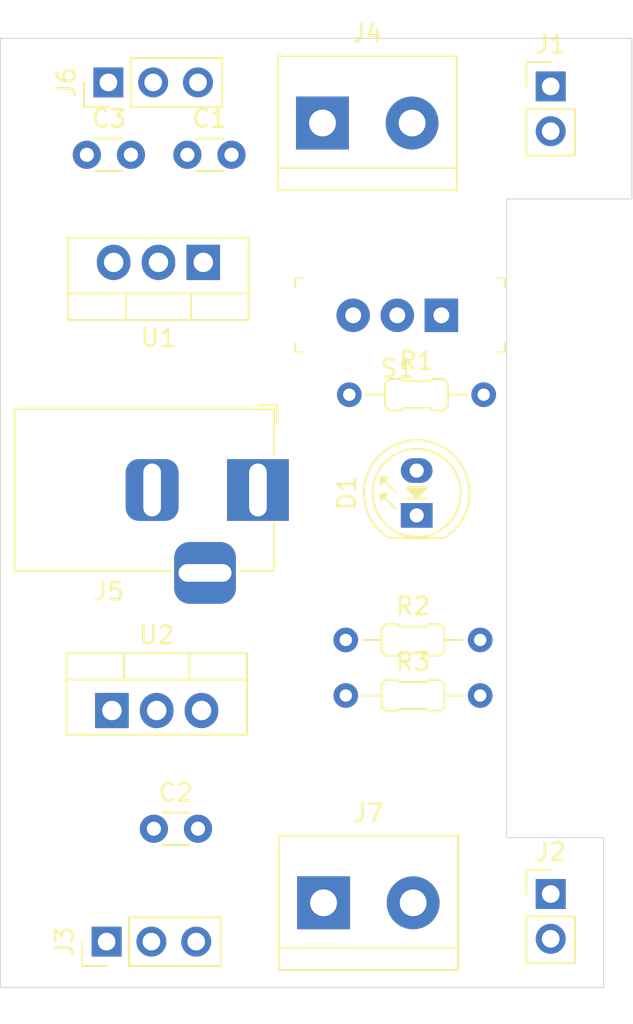
<source format=kicad_pcb>
(kicad_pcb (version 20241229) (generator "pcbnew") (generator_version "9.0")
  (layers (0 "F.Cu" signal) (2 "B.Cu" signal) (13 "F.Paste" user) (15 "B.Paste" user) (5 "F.SilkS" user "F.Silkscreen") (7 "B.SilkS" user "B.Silkscreen") (1 "F.Mask" user) (3 "B.Mask" user) (25 "Edge.Cuts" user))
  (net 0 "")
  (net 1 "GND")
  (net 2 "/12V")
  (net 3 "/3.3V")
  (net 4 "/5V")
  (net 5 "Net-(D1-A)")
  (net 6 "/PWR_output")
  (net 7 "/PWR_input")
  (net 8 "Net-(U2-ADJ)")
  (footprint "Connector_PinHeader_2.54mm:PinHeader_1x02_P2.54mm_Vertical" (layer "F.Cu") (at 179.2 47.725)
    (property "Reference" "J1" (at 0 -2.38 0) (layer "F.SilkS"))
    (property "Value" "Conn_01x02")
    (fp_line (start -1.38 -1.38) (end 0 -1.38) (stroke (width 0.12)) (layer "F.SilkS"))
    (fp_line (start -1.38 0) (end -1.38 -1.38) (stroke (width 0.12)) (layer "F.SilkS"))
    (fp_line (start -1.38 1.27) (end -1.38 3.92) (stroke (width 0.12)) (layer "F.SilkS"))
    (fp_line (start -1.38 1.27) (end 1.38 1.27) (stroke (width 0.12)) (layer "F.SilkS"))
    (fp_line (start -1.38 3.92) (end 1.38 3.92) (stroke (width 0.12)) (layer "F.SilkS"))
    (fp_line (start 1.38 1.27) (end 1.38 3.92) (stroke (width 0.12)) (layer "F.SilkS"))
    (pad "1" thru_hole rect (at 0 0) (size 1.7 1.7) (drill 1) (layers "*.Cu" "*.Mask") (net 6 "/PWR_output"))
    (pad "2" thru_hole circle (at 0 2.54) (size 1.7 1.7) (drill 1) (layers "*.Cu" "*.Mask") (net 1 "GND"))
  )
  (footprint "Connector_BarrelJack:BarrelJack_Horizontal" (layer "F.Cu") (at 162.6 70.6)
    (property "Reference" "J5" (at -8.45 5.75 0) (layer "F.SilkS"))
    (property "Value" "Barrel_Jack_Switch")
    (fp_line (start -13.8 -4.6) (end 0.9 -4.6) (stroke (width 0.12)) (layer "F.SilkS"))
    (fp_line (start -13.8 4.6) (end -13.8 -4.6) (stroke (width 0.12)) (layer "F.SilkS"))
    (fp_line (start -5 4.6) (end -13.8 4.6) (stroke (width 0.12)) (layer "F.SilkS"))
    (fp_line (start 0.05 -4.8) (end 1.1 -4.8) (stroke (width 0.12)) (layer "F.SilkS"))
    (fp_line (start 0.9 -4.6) (end 0.9 -2) (stroke (width 0.12)) (layer "F.SilkS"))
    (fp_line (start 0.9 1.9) (end 0.9 4.6) (stroke (width 0.12)) (layer "F.SilkS"))
    (fp_line (start 0.9 4.6) (end -1 4.6) (stroke (width 0.12)) (layer "F.SilkS"))
    (fp_line (start 1.1 -3.75) (end 1.1 -4.8) (stroke (width 0.12)) (layer "F.SilkS"))
    (pad "1" thru_hole rect (at 0 0) (size 3.5 3.5) (drill oval 1 3) (layers "*.Cu" "*.Mask") (net 7 "/PWR_input"))
    (pad "2" thru_hole roundrect (at -6 0) (size 3 3.5) (drill oval 1 3) (layers "*.Cu" "*.Mask") (net 1 "GND"))
    (pad "3" thru_hole roundrect (at -3 4.7) (size 3.5 3.5) (drill oval 3 1) (layers "*.Cu" "*.Mask") (net 1 "GND"))
  )
  (footprint "Connector_PinHeader_2.54mm:PinHeader_1x03_P2.54mm_Vertical" (layer "F.Cu") (at 154.02 96.2 90)
    (property "Reference" "J3" (at 0 -2.38 90) (layer "F.SilkS"))
    (property "Value" "Conn_01x03")
    (fp_line (start -1.38 -1.38) (end 0 -1.38) (stroke (width 0.12)) (layer "F.SilkS"))
    (fp_line (start -1.38 0) (end -1.38 -1.38) (stroke (width 0.12)) (layer "F.SilkS"))
    (fp_line (start 1.38 1.27) (end 1.38 6.46) (stroke (width 0.12)) (layer "F.SilkS"))
    (fp_line (start -1.38 1.27) (end 1.38 1.27) (stroke (width 0.12)) (layer "F.SilkS"))
    (fp_line (start -1.38 1.27) (end -1.38 6.46) (stroke (width 0.12)) (layer "F.SilkS"))
    (fp_line (start -1.38 6.46) (end 1.38 6.46) (stroke (width 0.12)) (layer "F.SilkS"))
    (pad "1" thru_hole rect (at 0 0 90) (size 1.7 1.7) (drill 1) (layers "*.Cu" "*.Mask") (net 4 "/5V"))
    (pad "2" thru_hole circle (at 0 2.54 90) (size 1.7 1.7) (drill 1) (layers "*.Cu" "*.Mask") (net 6 "/PWR_output"))
    (pad "3" thru_hole circle (at 0 5.08 90) (size 1.7 1.7) (drill 1) (layers "*.Cu" "*.Mask") (net 3 "/3.3V"))
  )
  (footprint "Capacitor_THT:C_Disc_D3.0mm_W1.6mm_P2.50mm" (layer "F.Cu") (at 158.6 51.6)
    (property "Reference" "C1" (at 1.25 -2.05 0) (layer "F.SilkS"))
    (property "Value" "10u")
    (fp_line (start 0.485 -0.92) (end 2.015 -0.92) (stroke (width 0.12)) (layer "F.SilkS"))
    (fp_line (start 0.485 0.92) (end 2.015 0.92) (stroke (width 0.12)) (layer "F.SilkS"))
    (pad "1" thru_hole circle (at 0 0) (size 1.6 1.6) (drill 0.8) (layers "*.Cu" "*.Mask") (net 2 "/12V"))
    (pad "2" thru_hole circle (at 2.5 0) (size 1.6 1.6) (drill 0.8) (layers "*.Cu" "*.Mask") (net 1 "GND"))
  )
  (footprint "Connector_PinHeader_2.54mm:PinHeader_1x02_P2.54mm_Vertical" (layer "F.Cu") (at 179.2 93.5)
    (property "Reference" "J2" (at 0 -2.38 0) (layer "F.SilkS"))
    (property "Value" "Conn_01x02")
    (fp_line (start -1.38 -1.38) (end 0 -1.38) (stroke (width 0.12)) (layer "F.SilkS"))
    (fp_line (start -1.38 0) (end -1.38 -1.38) (stroke (width 0.12)) (layer "F.SilkS"))
    (fp_line (start -1.38 1.27) (end -1.38 3.92) (stroke (width 0.12)) (layer "F.SilkS"))
    (fp_line (start -1.38 1.27) (end 1.38 1.27) (stroke (width 0.12)) (layer "F.SilkS"))
    (fp_line (start -1.38 3.92) (end 1.38 3.92) (stroke (width 0.12)) (layer "F.SilkS"))
    (fp_line (start 1.38 1.27) (end 1.38 3.92) (stroke (width 0.12)) (layer "F.SilkS"))
    (pad "1" thru_hole rect (at 0 0) (size 1.7 1.7) (drill 1) (layers "*.Cu" "*.Mask") (net 6 "/PWR_output"))
    (pad "2" thru_hole circle (at 0 2.54) (size 1.7 1.7) (drill 1) (layers "*.Cu" "*.Mask") (net 1 "GND"))
  )
  (footprint "PCM_Resistor_THT_AKL:R_Axial_DIN0204_L3.6mm_D1.6mm_P7.62mm_Horizontal" (layer "F.Cu") (at 167.58 79.1)
    (property "Reference" "R2" (at 3.81 -1.92 0) (layer "F.SilkS"))
    (property "Value" "330" (hide yes))
    (fp_line (start 0.94 0) (end 1.89 0) (stroke (width 0.12)) (layer "F.SilkS"))
    (fp_line (start 1.89 0) (end 2.032 0) (stroke (width 0.12)) (layer "F.SilkS"))
    (fp_line (start 2.032 -0.635) (end 2.286 -0.889) (stroke (width 0.12)) (layer "F.SilkS"))
    (fp_line (start 2.032 0.635) (end 2.032 -0.635) (stroke (width 0.12)) (layer "F.SilkS"))
    (fp_line (start 2.032 0.635) (end 2.286 0.889) (stroke (width 0.12)) (layer "F.SilkS"))
    (fp_line (start 2.286 -0.889) (end 2.921 -0.889) (stroke (width 0.12)) (layer "F.SilkS"))
    (fp_line (start 2.286 0.889) (end 2.921 0.889) (stroke (width 0.12)) (layer "F.SilkS"))
    (fp_line (start 2.921 -0.889) (end 3.048 -0.762) (stroke (width 0.12)) (layer "F.SilkS"))
    (fp_line (start 2.921 0.889) (end 3.048 0.762) (stroke (width 0.12)) (layer "F.SilkS"))
    (fp_line (start 3.048 -0.762) (end 3.81 -0.762) (stroke (width 0.12)) (layer "F.SilkS"))
    (fp_line (start 3.048 0.762) (end 3.81 0.762) (stroke (width 0.12)) (layer "F.SilkS"))
    (fp_line (start 4.572 -0.762) (end 3.81 -0.762) (stroke (width 0.12)) (layer "F.SilkS"))
    (fp_line (start 4.572 0.762) (end 3.81 0.762) (stroke (width 0.12)) (layer "F.SilkS"))
    (fp_line (start 4.699 -0.889) (end 4.572 -0.762) (stroke (width 0.12)) (layer "F.SilkS"))
    (fp_line (start 4.699 0.889) (end 4.572 0.762) (stroke (width 0.12)) (layer "F.SilkS"))
    (fp_line (start 5.334 -0.889) (end 4.699 -0.889) (stroke (width 0.12)) (layer "F.SilkS"))
    (fp_line (start 5.334 0.889) (end 4.699 0.889) (stroke (width 0.12)) (layer "F.SilkS"))
    (fp_line (start 5.588 -0.635) (end 5.334 -0.889) (stroke (width 0.12)) (layer "F.SilkS"))
    (fp_line (start 5.588 -0.635) (end 5.588 0.635) (stroke (width 0.12)) (layer "F.SilkS"))
    (fp_line (start 5.588 0.635) (end 5.334 0.889) (stroke (width 0.12)) (layer "F.SilkS"))
    (fp_line (start 5.715 0) (end 5.588 0) (stroke (width 0.12)) (layer "F.SilkS"))
    (fp_line (start 6.68 0) (end 5.73 0) (stroke (width 0.12)) (layer "F.SilkS"))
    (pad "1" thru_hole circle (at 0 0) (size 1.4 1.4) (drill 0.7) (layers "*.Cu" "*.Mask") (net 8 "Net-(U2-ADJ)"))
    (pad "2" thru_hole oval (at 7.62 0) (size 1.4 1.4) (drill 0.7) (layers "*.Cu" "*.Mask") (net 3 "/3.3V"))
  )
  (footprint "PCM_Resistor_THT_AKL:R_Axial_DIN0204_L3.6mm_D1.6mm_P7.62mm_Horizontal" (layer "F.Cu") (at 167.58 82.25)
    (property "Reference" "R3" (at 3.81 -1.92 0) (layer "F.SilkS"))
    (property "Value" "560" (hide yes))
    (fp_line (start 0.94 0) (end 1.89 0) (stroke (width 0.12)) (layer "F.SilkS"))
    (fp_line (start 1.89 0) (end 2.032 0) (stroke (width 0.12)) (layer "F.SilkS"))
    (fp_line (start 2.032 -0.635) (end 2.286 -0.889) (stroke (width 0.12)) (layer "F.SilkS"))
    (fp_line (start 2.032 0.635) (end 2.032 -0.635) (stroke (width 0.12)) (layer "F.SilkS"))
    (fp_line (start 2.032 0.635) (end 2.286 0.889) (stroke (width 0.12)) (layer "F.SilkS"))
    (fp_line (start 2.286 -0.889) (end 2.921 -0.889) (stroke (width 0.12)) (layer "F.SilkS"))
    (fp_line (start 2.286 0.889) (end 2.921 0.889) (stroke (width 0.12)) (layer "F.SilkS"))
    (fp_line (start 2.921 -0.889) (end 3.048 -0.762) (stroke (width 0.12)) (layer "F.SilkS"))
    (fp_line (start 2.921 0.889) (end 3.048 0.762) (stroke (width 0.12)) (layer "F.SilkS"))
    (fp_line (start 3.048 -0.762) (end 3.81 -0.762) (stroke (width 0.12)) (layer "F.SilkS"))
    (fp_line (start 3.048 0.762) (end 3.81 0.762) (stroke (width 0.12)) (layer "F.SilkS"))
    (fp_line (start 4.572 -0.762) (end 3.81 -0.762) (stroke (width 0.12)) (layer "F.SilkS"))
    (fp_line (start 4.572 0.762) (end 3.81 0.762) (stroke (width 0.12)) (layer "F.SilkS"))
    (fp_line (start 4.699 -0.889) (end 4.572 -0.762) (stroke (width 0.12)) (layer "F.SilkS"))
    (fp_line (start 4.699 0.889) (end 4.572 0.762) (stroke (width 0.12)) (layer "F.SilkS"))
    (fp_line (start 5.334 -0.889) (end 4.699 -0.889) (stroke (width 0.12)) (layer "F.SilkS"))
    (fp_line (start 5.334 0.889) (end 4.699 0.889) (stroke (width 0.12)) (layer "F.SilkS"))
    (fp_line (start 5.588 -0.635) (end 5.334 -0.889) (stroke (width 0.12)) (layer "F.SilkS"))
    (fp_line (start 5.588 -0.635) (end 5.588 0.635) (stroke (width 0.12)) (layer "F.SilkS"))
    (fp_line (start 5.588 0.635) (end 5.334 0.889) (stroke (width 0.12)) (layer "F.SilkS"))
    (fp_line (start 5.715 0) (end 5.588 0) (stroke (width 0.12)) (layer "F.SilkS"))
    (fp_line (start 6.68 0) (end 5.73 0) (stroke (width 0.12)) (layer "F.SilkS"))
    (pad "1" thru_hole circle (at 0 0) (size 1.4 1.4) (drill 0.7) (layers "*.Cu" "*.Mask") (net 1 "GND"))
    (pad "2" thru_hole oval (at 7.62 0) (size 1.4 1.4) (drill 0.7) (layers "*.Cu" "*.Mask") (net 8 "Net-(U2-ADJ)"))
  )
  (footprint "digikey-footprints:Switch_Slide_11.6x4mm_EG1218" (layer "F.Cu") (at 173 60.7 180)
    (property "Reference" "S1" (at 2.49 -3.02 0) (layer "F.SilkS"))
    (property "Value" "EG1218")
    (fp_line (start 8.3 2.1) (end 8.3 1.6) (stroke (width 0.1)) (layer "F.SilkS"))
    (fp_line (start 8.3 2.1) (end 7.8 2.1) (stroke (width 0.1)) (layer "F.SilkS"))
    (fp_line (start 8.3 -2.1) (end 8.3 -1.6) (stroke (width 0.1)) (layer "F.SilkS"))
    (fp_line (start 8.3 -2.1) (end 7.8 -2.1) (stroke (width 0.1)) (layer "F.SilkS"))
    (fp_line (start -3.6 2.1) (end -3.1 2.1) (stroke (width 0.1)) (layer "F.SilkS"))
    (fp_line (start -3.6 2.1) (end -3.6 1.6) (stroke (width 0.1)) (layer "F.SilkS"))
    (fp_line (start -3.6 -2.1) (end -3.1 -2.1) (stroke (width 0.1)) (layer "F.SilkS"))
    (fp_line (start -3.6 -2.1) (end -3.6 -1.6) (stroke (width 0.1)) (layer "F.SilkS"))
    (pad "1" thru_hole rect (at 0 0 180) (size 1.9 1.9) (drill 0.9) (layers "*.Cu" "*.Mask") (net 2 "/12V"))
    (pad "2" thru_hole circle (at 2.5 0 180) (size 1.9 1.9) (drill 0.9) (layers "*.Cu" "*.Mask") (net 7 "/PWR_input"))
    (pad "3" thru_hole circle (at 5 0 180) (size 1.9 1.9) (drill 0.9) (layers "*.Cu" "*.Mask"))
  )
  (footprint "PCM_LED_THT_AKL:LED_D5.0mm" (layer "F.Cu") (at 171.6 72.04 90)
    (property "Reference" "D1" (at 1.27 -3.96 90) (layer "F.SilkS"))
    (property "Value" "LED" (hide yes))
    (fp_line (start -1.29 -1.545) (end -1.29 1.545) (stroke (width 0.12)) (layer "F.SilkS"))
    (fp_line (start 1.3335 -1.2065) (end 2.159 -2.032) (stroke (width 0.12)) (layer "F.SilkS"))
    (fp_line (start 0.381 -1.2065) (end 1.2065 -2.032) (stroke (width 0.12)) (layer "F.SilkS"))
    (fp_line (start 0.9525 -0.5715) (end 0.9525 0.5715) (stroke (width 0.12)) (layer "F.SilkS"))
    (fp_arc (start -1.29 -1.54483) (mid 2.072002 -2.880433) (end 4.26 0.000462) (stroke (width 0.12)) (layer "F.SilkS"))
    (fp_arc (start 4.26 -0.000462) (mid 2.072002 2.880433) (end -1.29 1.54483) (stroke (width 0.12)) (layer "F.SilkS"))
    (fp_circle (center 1.27 0) (end 3.77 0) (stroke (width 0.12)) (fill no) (layer "F.SilkS"))
    (fp_poly (pts (xy 2.159 -1.651) (xy 1.778 -2.032) (xy 2.159 -2.032)) (stroke (width 0.12)) (fill yes) (layer "F.SilkS"))
    (fp_poly (pts (xy 1.2065 -1.651) (xy 0.8255 -2.032) (xy 1.2065 -2.032)) (stroke (width 0.12)) (fill yes) (layer "F.SilkS"))
    (fp_poly (pts (xy 1.5875 0.5715) (xy 0.9525 0) (xy 1.5875 -0.5715)) (stroke (width 0.12)) (fill yes) (layer "F.SilkS"))
    (pad "1" thru_hole rect (at 0 0 90) (size 1.4 1.8) (drill 0.8) (layers "*.Cu" "*.Mask") (net 1 "GND"))
    (pad "2" thru_hole oval (at 2.54 0 90) (size 1.4 1.8) (drill 0.8) (layers "*.Cu" "*.Mask") (net 5 "Net-(D1-A)"))
  )
  (footprint "Capacitor_THT:C_Disc_D3.0mm_W1.6mm_P2.50mm" (layer "F.Cu") (at 156.7 89.8)
    (property "Reference" "C2" (at 1.25 -2.05 0) (layer "F.SilkS"))
    (property "Value" "1u")
    (fp_line (start 0.485 -0.92) (end 2.015 -0.92) (stroke (width 0.12)) (layer "F.SilkS"))
    (fp_line (start 0.485 0.92) (end 2.015 0.92) (stroke (width 0.12)) (layer "F.SilkS"))
    (pad "1" thru_hole circle (at 0 0) (size 1.6 1.6) (drill 0.8) (layers "*.Cu" "*.Mask") (net 3 "/3.3V"))
    (pad "2" thru_hole circle (at 2.5 0) (size 1.6 1.6) (drill 0.8) (layers "*.Cu" "*.Mask") (net 1 "GND"))
  )
  (footprint "Connector_PinHeader_2.54mm:PinHeader_1x03_P2.54mm_Vertical" (layer "F.Cu") (at 154.12 47.5 90)
    (property "Reference" "J6" (at 0 -2.38 90) (layer "F.SilkS"))
    (property "Value" "Conn_01x03")
    (fp_line (start -1.38 -1.38) (end 0 -1.38) (stroke (width 0.12)) (layer "F.SilkS"))
    (fp_line (start -1.38 0) (end -1.38 -1.38) (stroke (width 0.12)) (layer "F.SilkS"))
    (fp_line (start 1.38 1.27) (end 1.38 6.46) (stroke (width 0.12)) (layer "F.SilkS"))
    (fp_line (start -1.38 1.27) (end 1.38 1.27) (stroke (width 0.12)) (layer "F.SilkS"))
    (fp_line (start -1.38 1.27) (end -1.38 6.46) (stroke (width 0.12)) (layer "F.SilkS"))
    (fp_line (start -1.38 6.46) (end 1.38 6.46) (stroke (width 0.12)) (layer "F.SilkS"))
    (pad "1" thru_hole rect (at 0 0 90) (size 1.7 1.7) (drill 1) (layers "*.Cu" "*.Mask") (net 4 "/5V"))
    (pad "2" thru_hole circle (at 0 2.54 90) (size 1.7 1.7) (drill 1) (layers "*.Cu" "*.Mask") (net 6 "/PWR_output"))
    (pad "3" thru_hole circle (at 0 5.08 90) (size 1.7 1.7) (drill 1) (layers "*.Cu" "*.Mask") (net 3 "/3.3V"))
  )
  (footprint "TerminalBlock:TerminalBlock_bornier-2_P5.08mm" (layer "F.Cu") (at 166.32 94)
    (property "Reference" "J7" (at 2.54 -5.08 0) (layer "F.SilkS"))
    (property "Value" "Screw_Terminal_01x02")
    (fp_line (start -2.54 -3.81) (end -2.54 3.81) (stroke (width 0.12)) (layer "F.SilkS"))
    (fp_line (start -2.54 3.81) (end 7.62 3.81) (stroke (width 0.12)) (layer "F.SilkS"))
    (fp_line (start 7.62 -3.81) (end -2.54 -3.81) (stroke (width 0.12)) (layer "F.SilkS"))
    (fp_line (start 7.62 2.54) (end -2.54 2.54) (stroke (width 0.12)) (layer "F.SilkS"))
    (fp_line (start 7.62 3.81) (end 7.62 -3.81) (stroke (width 0.12)) (layer "F.SilkS"))
    (pad "1" thru_hole rect (at 0 0) (size 3 3) (drill 1.52) (layers "*.Cu" "*.Mask") (net 6 "/PWR_output"))
    (pad "2" thru_hole circle (at 5.08 0) (size 3 3) (drill 1.52) (layers "*.Cu" "*.Mask") (net 1 "GND"))
  )
  (footprint "Package_TO_SOT_THT:TO-220-3_Vertical" (layer "F.Cu") (at 159.5 57.7 180)
    (property "Reference" "U1" (at 2.54 -4.27 0) (layer "F.SilkS"))
    (property "Value" "LM7805_TO220")
    (fp_line (start 7.66 -3.27) (end 7.66 1.371) (stroke (width 0.12)) (layer "F.SilkS"))
    (fp_line (start 4.391 -3.27) (end 4.391 -1.76) (stroke (width 0.12)) (layer "F.SilkS"))
    (fp_line (start 0.69 -3.27) (end 0.69 -1.76) (stroke (width 0.12)) (layer "F.SilkS"))
    (fp_line (start -2.58 1.371) (end 7.66 1.371) (stroke (width 0.12)) (layer "F.SilkS"))
    (fp_line (start -2.58 -1.76) (end 7.66 -1.76) (stroke (width 0.12)) (layer "F.SilkS"))
    (fp_line (start -2.58 -3.27) (end 7.66 -3.27) (stroke (width 0.12)) (layer "F.SilkS"))
    (fp_line (start -2.58 -3.27) (end -2.58 1.371) (stroke (width 0.12)) (layer "F.SilkS"))
    (pad "1" thru_hole rect (at 0 0 180) (size 1.905 2) (drill 1.1) (layers "*.Cu" "*.Mask") (net 2 "/12V"))
    (pad "2" thru_hole oval (at 2.54 0 180) (size 1.905 2) (drill 1.1) (layers "*.Cu" "*.Mask") (net 1 "GND"))
    (pad "3" thru_hole oval (at 5.08 0 180) (size 1.905 2) (drill 1.1) (layers "*.Cu" "*.Mask") (net 4 "/5V"))
  )
  (footprint "Package_TO_SOT_THT:TO-220-3_Vertical" (layer "F.Cu") (at 154.32 83.1)
    (property "Reference" "U2" (at 2.54 -4.27 0) (layer "F.SilkS"))
    (property "Value" "LM317_TO-220")
    (fp_line (start -2.58 -3.27) (end -2.58 1.371) (stroke (width 0.12)) (layer "F.SilkS"))
    (fp_line (start -2.58 -3.27) (end 7.66 -3.27) (stroke (width 0.12)) (layer "F.SilkS"))
    (fp_line (start -2.58 -1.76) (end 7.66 -1.76) (stroke (width 0.12)) (layer "F.SilkS"))
    (fp_line (start -2.58 1.371) (end 7.66 1.371) (stroke (width 0.12)) (layer "F.SilkS"))
    (fp_line (start 0.69 -3.27) (end 0.69 -1.76) (stroke (width 0.12)) (layer "F.SilkS"))
    (fp_line (start 4.391 -3.27) (end 4.391 -1.76) (stroke (width 0.12)) (layer "F.SilkS"))
    (fp_line (start 7.66 -3.27) (end 7.66 1.371) (stroke (width 0.12)) (layer "F.SilkS"))
    (pad "1" thru_hole rect (at 0 0) (size 1.905 2) (drill 1.1) (layers "*.Cu" "*.Mask") (net 8 "Net-(U2-ADJ)"))
    (pad "2" thru_hole oval (at 2.54 0) (size 1.905 2) (drill 1.1) (layers "*.Cu" "*.Mask") (net 3 "/3.3V"))
    (pad "3" thru_hole oval (at 5.08 0) (size 1.905 2) (drill 1.1) (layers "*.Cu" "*.Mask") (net 2 "/12V"))
  )
  (footprint "PCM_Resistor_THT_AKL:R_Axial_DIN0204_L3.6mm_D1.6mm_P7.62mm_Horizontal" (layer "F.Cu") (at 167.78 65.2)
    (property "Reference" "R1" (at 3.81 -1.92 0) (layer "F.SilkS"))
    (property "Value" "330" (hide yes))
    (fp_line (start 0.94 0) (end 1.89 0) (stroke (width 0.12)) (layer "F.SilkS"))
    (fp_line (start 1.89 0) (end 2.032 0) (stroke (width 0.12)) (layer "F.SilkS"))
    (fp_line (start 2.032 -0.635) (end 2.286 -0.889) (stroke (width 0.12)) (layer "F.SilkS"))
    (fp_line (start 2.032 0.635) (end 2.032 -0.635) (stroke (width 0.12)) (layer "F.SilkS"))
    (fp_line (start 2.032 0.635) (end 2.286 0.889) (stroke (width 0.12)) (layer "F.SilkS"))
    (fp_line (start 2.286 -0.889) (end 2.921 -0.889) (stroke (width 0.12)) (layer "F.SilkS"))
    (fp_line (start 2.286 0.889) (end 2.921 0.889) (stroke (width 0.12)) (layer "F.SilkS"))
    (fp_line (start 2.921 -0.889) (end 3.048 -0.762) (stroke (width 0.12)) (layer "F.SilkS"))
    (fp_line (start 2.921 0.889) (end 3.048 0.762) (stroke (width 0.12)) (layer "F.SilkS"))
    (fp_line (start 3.048 -0.762) (end 3.81 -0.762) (stroke (width 0.12)) (layer "F.SilkS"))
    (fp_line (start 3.048 0.762) (end 3.81 0.762) (stroke (width 0.12)) (layer "F.SilkS"))
    (fp_line (start 4.572 -0.762) (end 3.81 -0.762) (stroke (width 0.12)) (layer "F.SilkS"))
    (fp_line (start 4.572 0.762) (end 3.81 0.762) (stroke (width 0.12)) (layer "F.SilkS"))
    (fp_line (start 4.699 -0.889) (end 4.572 -0.762) (stroke (width 0.12)) (layer "F.SilkS"))
    (fp_line (start 4.699 0.889) (end 4.572 0.762) (stroke (width 0.12)) (layer "F.SilkS"))
    (fp_line (start 5.334 -0.889) (end 4.699 -0.889) (stroke (width 0.12)) (layer "F.SilkS"))
    (fp_line (start 5.334 0.889) (end 4.699 0.889) (stroke (width 0.12)) (layer "F.SilkS"))
    (fp_line (start 5.588 -0.635) (end 5.334 -0.889) (stroke (width 0.12)) (layer "F.SilkS"))
    (fp_line (start 5.588 -0.635) (end 5.588 0.635) (stroke (width 0.12)) (layer "F.SilkS"))
    (fp_line (start 5.588 0.635) (end 5.334 0.889) (stroke (width 0.12)) (layer "F.SilkS"))
    (fp_line (start 5.715 0) (end 5.588 0) (stroke (width 0.12)) (layer "F.SilkS"))
    (fp_line (start 6.68 0) (end 5.73 0) (stroke (width 0.12)) (layer "F.SilkS"))
    (pad "1" thru_hole circle (at 0 0) (size 1.4 1.4) (drill 0.7) (layers "*.Cu" "*.Mask") (net 5 "Net-(D1-A)"))
    (pad "2" thru_hole oval (at 7.62 0) (size 1.4 1.4) (drill 0.7) (layers "*.Cu" "*.Mask") (net 2 "/12V"))
  )
  (footprint "Capacitor_THT:C_Disc_D3.0mm_W1.6mm_P2.50mm" (layer "F.Cu") (at 152.9 51.6)
    (property "Reference" "C3" (at 1.25 -2.05 0) (layer "F.SilkS"))
    (property "Value" "0.1u")
    (fp_line (start 0.485 -0.92) (end 2.015 -0.92) (stroke (width 0.12)) (layer "F.SilkS"))
    (fp_line (start 0.485 0.92) (end 2.015 0.92) (stroke (width 0.12)) (layer "F.SilkS"))
    (pad "1" thru_hole circle (at 0 0) (size 1.6 1.6) (drill 0.8) (layers "*.Cu" "*.Mask") (net 4 "/5V"))
    (pad "2" thru_hole circle (at 2.5 0) (size 1.6 1.6) (drill 0.8) (layers "*.Cu" "*.Mask") (net 1 "GND"))
  )
  (footprint "TerminalBlock:TerminalBlock_bornier-2_P5.08mm" (layer "F.Cu") (at 166.26 49.8)
    (property "Reference" "J4" (at 2.54 -5.08 0) (layer "F.SilkS"))
    (property "Value" "Screw_Terminal_01x02")
    (fp_line (start -2.54 -3.81) (end -2.54 3.81) (stroke (width 0.12)) (layer "F.SilkS"))
    (fp_line (start -2.54 3.81) (end 7.62 3.81) (stroke (width 0.12)) (layer "F.SilkS"))
    (fp_line (start 7.62 -3.81) (end -2.54 -3.81) (stroke (width 0.12)) (layer "F.SilkS"))
    (fp_line (start 7.62 2.54) (end -2.54 2.54) (stroke (width 0.12)) (layer "F.SilkS"))
    (fp_line (start 7.62 3.81) (end 7.62 -3.81) (stroke (width 0.12)) (layer "F.SilkS"))
    (pad "1" thru_hole rect (at 0 0) (size 3 3) (drill 1.52) (layers "*.Cu" "*.Mask") (net 6 "/PWR_output"))
    (pad "2" thru_hole circle (at 5.08 0) (size 3 3) (drill 1.52) (layers "*.Cu" "*.Mask") (net 1 "GND"))
  )
  (gr_poly (pts (xy 148 45) (xy 148 98.8) (xy 182.2 98.8) (xy 182.2 90.3) (xy 176.7 90.3) (xy 176.7 54.1) (xy 183.8 54.1) (xy 183.8 45)) (stroke (width 0.05)) (fill no) (layer "Edge.Cuts"))
)
</source>
